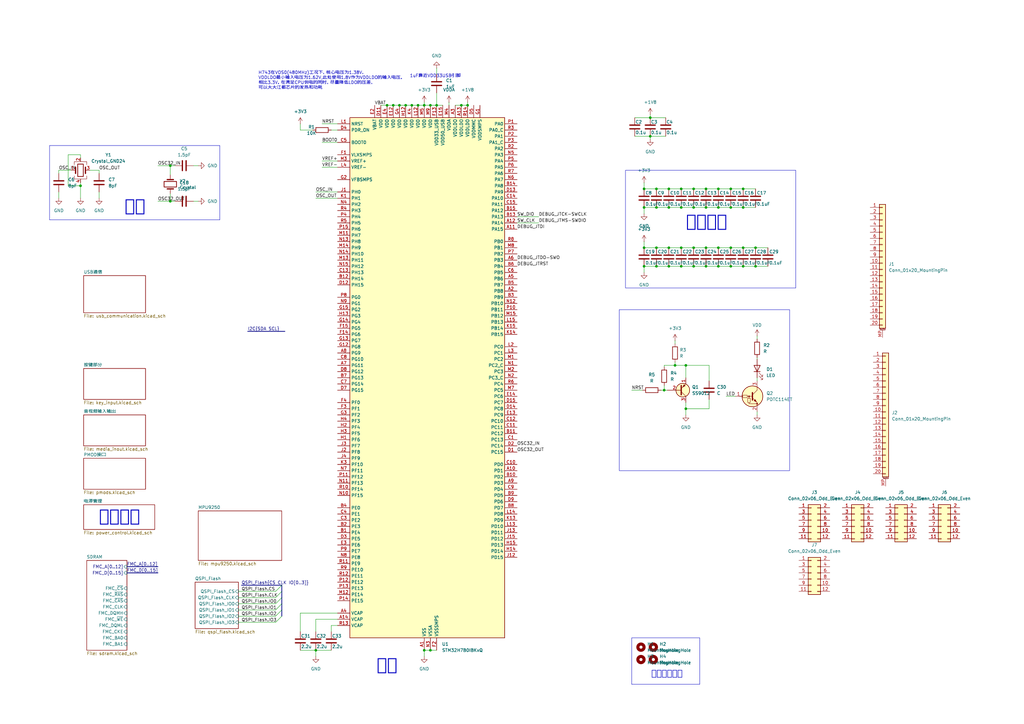
<source format=kicad_sch>
(kicad_sch (version 20231120) (generator "eeschema") (generator_version "8.0")
  (paper "A3")
  (title_block (title "STMH7B0掌上NES游戏机") (date "2024-02-01") (rev "TheBadZhang") (company "TheBadZhang"))
  (junction (at 309.88 101.6))
  (junction (at 269.24 85.09))
  (junction (at 33.02 76.2))
  (junction (at 269.24 109.22))
  (junction (at 272.415 160.02))
  (junction (at 266.7 55.88))
  (junction (at 176.53 266.7))
  (junction (at 294.64 77.47))
  (junction (at 289.56 101.6))
  (junction (at 264.16 101.6))
  (junction (at 266.7 48.26))
  (junction (at 276.86 149.86))
  (junction (at 279.4 101.6))
  (junction (at 294.64 101.6))
  (junction (at 189.23 43.18))
  (junction (at 284.48 101.6))
  (junction (at 269.24 77.47))
  (junction (at 129.54 266.7))
  (junction (at 69.85 82.55))
  (junction (at 166.37 43.18))
  (junction (at 284.48 85.09))
  (junction (at 281.305 149.86))
  (junction (at 191.77 43.18))
  (junction (at 281.305 167.64))
  (junction (at 304.8 85.09))
  (junction (at 173.99 266.7))
  (junction (at 284.48 77.47))
  (junction (at 299.72 101.6))
  (junction (at 176.53 43.18))
  (junction (at 299.72 77.47))
  (junction (at 299.72 85.09))
  (junction (at 279.4 77.47))
  (junction (at 274.32 109.22))
  (junction (at 69.85 67.945))
  (junction (at 163.83 43.18))
  (junction (at 309.88 109.22))
  (junction (at 269.24 101.6))
  (junction (at 289.56 109.22))
  (junction (at 304.8 101.6))
  (junction (at 171.45 43.18))
  (junction (at 264.16 77.47))
  (junction (at 179.07 43.18))
  (junction (at 264.16 109.22))
  (junction (at 168.91 43.18))
  (junction (at 284.48 109.22))
  (junction (at 279.4 109.22))
  (junction (at 304.8 109.22))
  (junction (at 299.72 109.22))
  (junction (at 264.16 85.09))
  (junction (at 158.75 43.18))
  (junction (at 294.64 109.22))
  (junction (at 274.32 85.09))
  (junction (at 161.29 43.18))
  (junction (at 274.32 77.47))
  (junction (at 289.56 85.09))
  (junction (at 294.64 85.09))
  (junction (at 173.99 43.18))
  (junction (at 279.4 85.09))
  (junction (at 304.8 77.47))
  (junction (at 274.32 101.6))
  (junction (at 289.56 77.47))
  (bus_entry (at 113.03 247.65) (size 2.54 -2.54))
  (bus_entry (at 113.03 242.57) (size 2.54 -2.54))
  (bus_entry (at 113.03 250.19) (size 2.54 -2.54))
  (bus_entry (at 113.03 255.27) (size 2.54 -2.54))
  (bus_entry (at 113.03 245.11) (size 2.54 -2.54))
  (bus_entry (at 113.03 252.73) (size 2.54 -2.54))
  (wire (pts (xy 272.415 149.86) (xy 272.415 150.495)))
  (bus (pts (xy 115.57 250.19) (xy 115.57 247.65)))
  (wire (pts (xy 309.88 85.09) (xy 304.8 85.09)))
  (wire (pts (xy 264.16 111.76) (xy 264.16 109.22)))
  (wire (pts (xy 129.54 78.74) (xy 138.43 78.74)))
  (wire (pts (xy 290.83 149.86) (xy 281.305 149.86)))
  (wire (pts (xy 24.13 78.74) (xy 24.13 81.28)))
  (wire (pts (xy 289.56 109.22) (xy 294.64 109.22)))
  (wire (pts (xy 189.23 43.18) (xy 191.77 43.18)))
  (wire (pts (xy 281.305 165.1) (xy 281.305 167.64)))
  (bus (pts (xy 101.6 135.89) (xy 116.84 135.89)))
  (wire (pts (xy 27.94 76.2) (xy 33.02 76.2)))
  (wire (pts (xy 269.24 101.6) (xy 264.16 101.6)))
  (wire (pts (xy 135.89 256.54) (xy 135.89 259.08)))
  (wire (pts (xy 264.16 85.09) (xy 264.16 87.63)))
  (bus (pts (xy 99.06 240.03) (xy 115.57 240.03)))
  (wire (pts (xy 276.86 139.7) (xy 276.86 140.97)))
  (wire (pts (xy 97.79 247.65) (xy 113.03 247.65)))
  (wire (pts (xy 304.8 101.6) (xy 299.72 101.6)))
  (wire (pts (xy 156.21 43.18) (xy 158.75 43.18)))
  (wire (pts (xy 79.375 82.55) (xy 81.28 82.55)))
  (wire (pts (xy 276.86 149.86) (xy 272.415 149.86)))
  (wire (pts (xy 269.24 77.47) (xy 264.16 77.47)))
  (wire (pts (xy 299.72 101.6) (xy 294.64 101.6)))
  (wire (pts (xy 289.56 101.6) (xy 284.48 101.6)))
  (wire (pts (xy 163.83 43.18) (xy 166.37 43.18)))
  (wire (pts (xy 132.08 68.58) (xy 138.43 68.58)))
  (wire (pts (xy 274.32 109.22) (xy 279.4 109.22)))
  (wire (pts (xy 297.815 162.56) (xy 301.625 162.56)))
  (wire (pts (xy 123.19 251.46) (xy 123.19 259.08)))
  (wire (pts (xy 97.79 255.27) (xy 113.03 255.27)))
  (wire (pts (xy 132.08 66.04) (xy 138.43 66.04)))
  (wire (pts (xy 299.72 77.47) (xy 294.64 77.47)))
  (wire (pts (xy 129.54 254) (xy 129.54 259.08)))
  (wire (pts (xy 310.515 146.685) (xy 310.515 147.32)))
  (wire (pts (xy 176.53 266.7) (xy 179.07 266.7)))
  (wire (pts (xy 97.79 245.11) (xy 113.03 245.11)))
  (wire (pts (xy 179.07 38.1) (xy 179.07 43.18)))
  (wire (pts (xy 299.72 85.09) (xy 294.64 85.09)))
  (wire (pts (xy 212.09 91.44) (xy 220.98 91.44)))
  (wire (pts (xy 294.64 77.47) (xy 289.56 77.47)))
  (wire (pts (xy 269.24 109.22) (xy 274.32 109.22)))
  (wire (pts (xy 138.43 254) (xy 129.54 254)))
  (wire (pts (xy 184.15 41.91) (xy 184.15 43.18)))
  (wire (pts (xy 129.54 81.28) (xy 138.43 81.28)))
  (wire (pts (xy 33.02 76.2) (xy 33.02 81.28)))
  (wire (pts (xy 272.415 158.115) (xy 272.415 160.02)))
  (wire (pts (xy 259.08 160.02) (xy 263.525 160.02)))
  (wire (pts (xy 279.4 101.6) (xy 274.32 101.6)))
  (wire (pts (xy 281.305 154.94) (xy 281.305 149.86)))
  (wire (pts (xy 40.64 81.28) (xy 40.64 78.74)))
  (wire (pts (xy 309.88 101.6) (xy 304.8 101.6)))
  (wire (pts (xy 29.21 69.85) (xy 24.13 69.85)))
  (wire (pts (xy 40.64 69.85) (xy 40.64 71.12)))
  (wire (pts (xy 132.08 58.42) (xy 138.43 58.42)))
  (wire (pts (xy 173.99 269.24) (xy 173.99 266.7)))
  (wire (pts (xy 179.07 27.94) (xy 179.07 30.48)))
  (wire (pts (xy 266.7 55.88) (xy 266.7 57.15)))
  (wire (pts (xy 279.4 109.22) (xy 284.48 109.22)))
  (wire (pts (xy 294.64 109.22) (xy 299.72 109.22)))
  (wire (pts (xy 33.02 74.93) (xy 33.02 76.2)))
  (wire (pts (xy 173.99 41.91) (xy 173.99 43.18)))
  (wire (pts (xy 27.94 63.5) (xy 33.02 63.5)))
  (wire (pts (xy 272.415 160.02) (xy 273.685 160.02)))
  (wire (pts (xy 158.75 43.18) (xy 161.29 43.18)))
  (wire (pts (xy 69.85 82.55) (xy 69.85 79.375)))
  (wire (pts (xy 304.8 109.22) (xy 309.88 109.22)))
  (wire (pts (xy 281.305 149.86) (xy 276.86 149.86)))
  (wire (pts (xy 264.16 109.22) (xy 269.24 109.22)))
  (wire (pts (xy 186.69 43.18) (xy 189.23 43.18)))
  (wire (pts (xy 284.48 109.22) (xy 289.56 109.22)))
  (wire (pts (xy 264.16 77.47) (xy 264.16 74.93)))
  (wire (pts (xy 266.7 46.99) (xy 266.7 48.26)))
  (wire (pts (xy 309.88 77.47) (xy 304.8 77.47)))
  (wire (pts (xy 274.32 101.6) (xy 269.24 101.6)))
  (wire (pts (xy 281.305 167.64) (xy 281.305 170.18)))
  (wire (pts (xy 97.79 242.57) (xy 113.03 242.57)))
  (wire (pts (xy 24.13 69.85) (xy 24.13 71.12)))
  (wire (pts (xy 69.85 67.945) (xy 71.755 67.945)))
  (wire (pts (xy 166.37 43.18) (xy 168.91 43.18)))
  (wire (pts (xy 71.755 82.55) (xy 69.85 82.55)))
  (wire (pts (xy 279.4 85.09) (xy 274.32 85.09)))
  (wire (pts (xy 173.99 266.7) (xy 176.53 266.7)))
  (wire (pts (xy 294.64 101.6) (xy 289.56 101.6)))
  (wire (pts (xy 274.32 77.47) (xy 269.24 77.47)))
  (bus (pts (xy 115.57 245.11) (xy 115.57 242.57)))
  (wire (pts (xy 271.145 160.02) (xy 272.415 160.02)))
  (wire (pts (xy 168.91 43.18) (xy 171.45 43.18)))
  (wire (pts (xy 64.77 67.945) (xy 69.85 67.945)))
  (wire (pts (xy 138.43 251.46) (xy 123.19 251.46)))
  (wire (pts (xy 176.53 43.18) (xy 179.07 43.18)))
  (wire (pts (xy 36.83 69.85) (xy 40.64 69.85)))
  (wire (pts (xy 309.88 109.22) (xy 314.96 109.22)))
  (wire (pts (xy 310.515 137.795) (xy 310.515 139.065)))
  (wire (pts (xy 310.515 154.94) (xy 310.515 156.21)))
  (wire (pts (xy 138.43 256.54) (xy 135.89 256.54)))
  (wire (pts (xy 274.32 85.09) (xy 269.24 85.09)))
  (bus (pts (xy 52.07 232.41) (xy 64.77 232.41)))
  (wire (pts (xy 266.7 48.26) (xy 273.05 48.26)))
  (wire (pts (xy 173.99 43.18) (xy 176.53 43.18)))
  (bus (pts (xy 115.57 252.73) (xy 115.57 250.19)))
  (wire (pts (xy 129.54 266.7) (xy 123.19 266.7)))
  (wire (pts (xy 97.79 250.19) (xy 113.03 250.19)))
  (wire (pts (xy 266.7 55.88) (xy 273.05 55.88)))
  (wire (pts (xy 33.02 64.77) (xy 33.02 63.5)))
  (wire (pts (xy 276.86 148.59) (xy 276.86 149.86)))
  (wire (pts (xy 132.08 50.8) (xy 138.43 50.8)))
  (wire (pts (xy 294.64 85.09) (xy 289.56 85.09)))
  (wire (pts (xy 123.19 53.34) (xy 128.27 53.34)))
  (wire (pts (xy 129.54 266.7) (xy 135.89 266.7)))
  (wire (pts (xy 304.8 85.09) (xy 299.72 85.09)))
  (bus (pts (xy 115.57 242.57) (xy 115.57 240.03)))
  (wire (pts (xy 266.7 48.26) (xy 260.35 48.26)))
  (wire (pts (xy 290.83 167.64) (xy 281.305 167.64)))
  (wire (pts (xy 79.375 67.945) (xy 81.28 67.945)))
  (wire (pts (xy 299.72 109.22) (xy 304.8 109.22)))
  (wire (pts (xy 279.4 77.47) (xy 274.32 77.47)))
  (bus (pts (xy 115.57 247.65) (xy 115.57 245.11)))
  (wire (pts (xy 64.77 82.55) (xy 69.85 82.55)))
  (wire (pts (xy 69.85 71.755) (xy 69.85 67.945)))
  (wire (pts (xy 284.48 77.47) (xy 279.4 77.47)))
  (wire (pts (xy 289.56 85.09) (xy 284.48 85.09)))
  (wire (pts (xy 304.8 77.47) (xy 299.72 77.47)))
  (wire (pts (xy 269.24 85.09) (xy 264.16 85.09)))
  (wire (pts (xy 289.56 77.47) (xy 284.48 77.47)))
  (wire (pts (xy 284.48 101.6) (xy 279.4 101.6)))
  (wire (pts (xy 290.83 156.21) (xy 290.83 149.86)))
  (wire (pts (xy 290.83 163.83) (xy 290.83 167.64)))
  (wire (pts (xy 171.45 43.18) (xy 173.99 43.18)))
  (wire (pts (xy 123.19 50.8) (xy 123.19 53.34)))
  (wire (pts (xy 314.96 101.6) (xy 309.88 101.6)))
  (wire (pts (xy 27.94 63.5) (xy 27.94 76.2)))
  (wire (pts (xy 97.79 252.73) (xy 113.03 252.73)))
  (wire (pts (xy 264.16 101.6) (xy 264.16 99.06)))
  (wire (pts (xy 191.77 41.91) (xy 191.77 43.18)))
  (wire (pts (xy 284.48 85.09) (xy 279.4 85.09)))
  (wire (pts (xy 135.89 53.34) (xy 138.43 53.34)))
  (wire (pts (xy 129.54 269.24) (xy 129.54 266.7)))
  (bus (pts (xy 52.07 234.95) (xy 64.77 234.95)))
  (wire (pts (xy 161.29 43.18) (xy 163.83 43.18)))
  (wire (pts (xy 260.35 55.88) (xy 266.7 55.88)))
  (wire (pts (xy 310.515 168.91) (xy 310.515 170.18)))
  (wire (pts (xy 212.09 88.9) (xy 220.98 88.9)))
  (wire (pts (xy 179.07 43.18) (xy 181.61 43.18)))
  (rectangle (start 256.54 69.85) (end 326.39 118.11))
  (rectangle (start 259.08 261.62) (end 287.02 280.67))
  (rectangle (start 20.32 59.69) (end 90.17 90.17))
  (rectangle (start 254 127) (end 323.85 193.04))
  (text "主控" (at 158.75 274.32 0) (effects (font (size 5 5) (thickness 1) (bold yes))))
  (text "时钟" (at 55.372 86.106 0) (effects (font (size 5 5) (thickness 1) (bold yes))))
  (text "上板框机械孔" (at 273.558 277.114 0) (effects (font (size 2.54 2.54))))
  (text "供电去耦" (at 289.814 92.456 0) (effects (font (size 5 5) (thickness 1) (bold yes))))
  (text "1uF靠近VDD33USB引脚" (at 178.562 31.242 0) (effects (font (size 1.27 1.27))))
  (text "H743在VOS0(480MHz)工况下，核心电压为1.38V，\nVDDLDO最小输入电压为1.62V,此处使用1.8V作为VDDLDO的输入电压，\n相比3.3V，在满足CPU供电的同时，尽量降低LDO的压差，\n可以大大江都芯片的发热和功耗" (at 105.918 33.02 0) (effects (font (size 1.27 1.27)) (justify left)))
  (text "电源管理" (at 49.022 213.36 0) (effects (font (size 5 5) (thickness 1) (bold yes))))
  (label "OSC32_IN" (at 212.09 182.88 0))
  (label "DEBUG_JTMS-SWDIO" (at 220.98 91.44 0))
  (label "VBAT" (at 153.67 43.18 0))
  (label "I2C{SDA SCL}" (at 101.6 135.89 0))
  (label "OSC_OUT" (at 40.64 69.85 0))
  (label "DEBUG_JTRST" (at 212.09 109.22 0))
  (label "OSC32_OUT" (at 64.77 82.55 0))
  (label "QSPI_Flash.CLK" (at 99.06 245.11 0))
  (label "QSPI_Flash.IO3" (at 99.06 255.27 0))
  (label "SW_CLK" (at 212.09 91.44 0))
  (label "DEBUG_JTCK-SWCLK" (at 220.98 88.9 0))
  (label "QSPI_Flash.CS" (at 99.06 242.57 0))
  (label "DEBUG_JTDO-SWO" (at 212.09 106.68 0))
  (label "QSPI_Flash{CS CLK IO[0..3]}" (at 99.06 240.03 0))
  (label "OSC32_IN" (at 64.77 67.945 0))
  (label "QSPI_Flash.IO1" (at 99.06 250.19 0))
  (label "OSC32_OUT" (at 212.09 185.42 0))
  (label "QSPI_Flash.IO0" (at 99.06 247.65 0))
  (label "QSPI_Flash.IO2" (at 99.06 252.73 0))
  (label "OSC_IN" (at 129.54 78.74 0))
  (label "BOOT0" (at 132.08 58.42 0))
  (label "LED" (at 297.815 162.56 0))
  (label "NRST" (at 259.08 160.02 0))
  (label "OSC_IN" (at 24.13 69.85 0))
  (label "OSC_OUT" (at 129.54 81.28 0))
  (label "NRST" (at 132.08 50.8 0))
  (label "FMC_A[0..12]" (at 52.07 232.41 0))
  (label "VREF-" (at 132.08 68.58 0))
  (label "FMC_D[0..15]" (at 52.07 234.95 0))
  (label "DEBUG_JTDI" (at 212.09 93.98 0))
  (label "VREF+" (at 132.08 66.04 0))
  (label "SW_DIO" (at 212.09 88.9 0))
  (symbol (lib_id "Device:C") (at 24.13 74.93 0) (unit 1)
    (property "Reference" "C6" (at 27.94 73.6599 0) (effects (justify left)))
    (property "Value" "8pF" (at 27.94 76.1999 0) (effects (justify left)))
    (property "Footprint" "Capacitor_SMD:C_0402_1005Metric" (effects (hide yes)))
    (property "Description" "Unpolarized capacitor" (effects (hide yes)))
  )
  (symbol (lib_id "power:+1V8") (at 266.7 46.99 0) (unit 1)
    (property "Reference" "#PWR05" (effects (hide yes)))
    (property "Value" "+1V8" (at 266.7 41.91 0))
    (property "Description" "Power symbol creates a global label with name \"+1V8\"" (effects (hide yes)))
  )
  (symbol (lib_id "Device:Crystal_GND24") (at 33.02 69.85 0) (unit 1)
    (property "Reference" "Y1" (at 44.45 63.5314 0))
    (property "Value" "Crystal_GND24" (at 44.45 66.0714 0))
    (property "Footprint" "Crystal:Crystal_SMD_2016-4Pin_2.0x1.6mm" (effects (hide yes)))
    (property "Description" "Four pin crystal, GND on pins 2 and 4" (effects (hide yes)))
  )
  (symbol (lib_id "Device:C") (at 274.32 105.41 0) (unit 1)
    (property "Reference" "C21" (at 274.828 103.251 0) (effects (justify left)))
    (property "Value" "0.1uF" (at 274.828 107.823 0) (effects (justify left)))
    (property "Footprint" "Capacitor_SMD:C_0201_0603Metric" (effects (hide yes)))
    (property "Description" "Unpolarized capacitor" (effects (hide yes)))
  )
  (symbol (lib_id "Mechanical:MountingHole") (at 267.97 270.51 0) (unit 1)
    (property "Reference" "H4" (at 270.51 269.2399 0) (effects (justify left)))
    (property "Value" "MountingHole" (at 270.51 271.7799 0) (effects (justify left)))
    (property "Footprint" "MountingHole:MountingHole_2.2mm_M2" (effects (hide yes)))
    (property "Description" "Mounting Hole without connection" (effects (hide yes)))
  )
  (symbol (lib_id "Device:R") (at 276.86 144.78 180) (unit 1)
    (property "Reference" "R3" (at 278.765 143.5099 0) (effects (justify right)))
    (property "Value" "R" (at 278.765 146.0499 0) (effects (justify right)))
    (property "Description" "Resistor" (effects (hide yes)))
  )
  (symbol (lib_id "power:GND") (at 266.7 57.15 0) (unit 1)
    (property "Reference" "#PWR07" (effects (hide yes)))
    (property "Value" "GND" (at 266.7 62.23 0))
    (property "Description" "Power symbol creates a global label with name \"GND\" , ground" (effects (hide yes)))
  )
  (symbol (lib_id "Device:R") (at 267.335 160.02 90) (unit 1)
    (property "Reference" "R5" (at 267.335 153.67 90))
    (property "Value" "R" (at 267.335 156.21 90))
    (property "Description" "Resistor" (effects (hide yes)))
  )
  (symbol (lib_id "power:+3V3") (at 173.99 41.91 0) (unit 1)
    (property "Reference" "#PWR02" (effects (hide yes)))
    (property "Value" "+3V3" (at 173.99 36.83 0))
    (property "Description" "Power symbol creates a global label with name \"+3V3\"" (effects (hide yes)))
  )
  (symbol (lib_id "Device:C") (at 260.35 52.07 0) (unit 1)
    (property "Reference" "C2" (at 260.604 50.038 0) (effects (justify left)))
    (property "Value" "0.1u" (at 260.604 54.356 0) (effects (justify left)))
    (property "Description" "Unpolarized capacitor" (effects (hide yes)))
  )
  (symbol (lib_id "Device:C") (at 135.89 262.89 0) (unit 1)
    (property "Reference" "C33" (at 136.144 260.858 0) (effects (justify left)))
    (property "Value" "2.2u" (at 136.144 265.176 0) (effects (justify left)))
    (property "Description" "Unpolarized capacitor" (effects (hide yes)))
  )
  (symbol (lib_id "power:+3V3") (at 264.16 74.93 0) (unit 1)
    (property "Reference" "#PWR09" (effects (hide yes)))
    (property "Value" "+3V3" (at 264.16 69.85 0))
    (property "Description" "Power symbol creates a global label with name \"+3V3\"" (effects (hide yes)))
  )
  (symbol (lib_id "power:GND") (at 129.54 269.24 0) (unit 1)
    (property "Reference" "#PWR021" (effects (hide yes)))
    (property "Value" "GND" (at 129.54 274.32 0))
    (property "Description" "Power symbol creates a global label with name \"GND\" , ground" (effects (hide yes)))
  )
  (symbol (lib_id "Device:C") (at 289.56 105.41 0) (unit 1)
    (property "Reference" "C24" (at 290.068 103.251 0) (effects (justify left)))
    (property "Value" "0.1uF" (at 290.068 107.823 0) (effects (justify left)))
    (property "Footprint" "Capacitor_SMD:C_0201_0603Metric" (effects (hide yes)))
    (property "Description" "Unpolarized capacitor" (effects (hide yes)))
  )
  (symbol (lib_id "Device:C") (at 75.565 67.945 90) (unit 1)
    (property "Reference" "C5" (at 75.565 60.96 90))
    (property "Value" "1.5pF" (at 75.565 63.5 90))
    (property "Footprint" "Capacitor_SMD:C_0402_1005Metric" (effects (hide yes)))
    (property "Description" "Unpolarized capacitor" (effects (hide yes)))
  )
  (symbol (lib_id "PCM_4ms_Power-symbol:GND") (at 264.16 87.63 0) (unit 1)
    (property "Reference" "#PWR014" (effects (hide yes)))
    (property "Value" "GND" (at 264.16 92.71 0))
  )
  (symbol (lib_id "Device:C") (at 309.88 81.28 0) (unit 1)
    (property "Reference" "C17" (at 310.388 79.121 0) (effects (justify left)))
    (property "Value" "0.1uF" (at 310.388 83.693 0) (effects (justify left)))
    (property "Footprint" "Capacitor_SMD:C_0201_0603Metric" (effects (hide yes)))
    (property "Description" "Unpolarized capacitor" (effects (hide yes)))
  )
  (symbol (lib_id "PCM_4ms_Power-symbol:GND") (at 264.16 111.76 0) (unit 1)
    (property "Reference" "#PWR016" (effects (hide yes)))
    (property "Value" "GND" (at 264.16 116.84 0))
  )
  (symbol (lib_id "Device:LED") (at 310.515 151.13 90) (unit 1)
    (property "Reference" "D1" (at 314.325 151.4474 90) (effects (justify right)))
    (property "Value" "LED" (at 314.325 153.9874 90) (effects (justify right)))
    (property "Description" "Light emitting diode" (effects (hide yes)))
  )
  (symbol (lib_id "Device:Crystal") (at 69.85 75.565 90) (unit 1)
    (property "Reference" "Y2" (at 73.66 74.2949 90) (effects (justify right)))
    (property "Value" "Crystal" (at 73.66 76.8349 90) (effects (justify right)))
    (property "Footprint" "Crystal:Crystal_SMD_2012-2Pin_2.0x1.2mm" (effects (hide yes)))
    (property "Description" "Two pin crystal" (effects (hide yes)))
  )
  (symbol (lib_id "PCM_Transistor_BJT_Pre-Biased_AKL:PDTC114ET") (at 309.245 162.56 0) (unit 1)
    (property "Reference" "Q2" (at 314.325 161.2899 0) (effects (justify left)))
    (property "Value" "PDTC114ET" (at 314.325 163.8299 0) (effects (justify left)))
    (property "Footprint" "Package_TO_SOT_SMD_AKL:SOT-23" (effects (hide yes)))
    (property "Datasheet" "https://www.tme.eu/Document/d38b1e5f1dd8a602e75e0af3d6e6309c/PDTC114ET.pdf" (effects (hide yes)))
    (property "Description" "NPN SOT-23 Pre-Biased transistor, 50V, 100mA, 250mW, Alternate KiCAD Library" (effects (hide yes)))
  )
  (symbol (lib_id "power:GND") (at 173.99 269.24 0) (unit 1)
    (property "Reference" "#PWR022" (effects (hide yes)))
    (property "Value" "GND" (at 173.99 274.32 0))
    (property "Description" "Power symbol creates a global label with name \"GND\" , ground" (effects (hide yes)))
  )
  (symbol (lib_id "Device:C") (at 299.72 105.41 0) (unit 1)
    (property "Reference" "C26" (at 300.228 103.251 0) (effects (justify left)))
    (property "Value" "0.1uF" (at 300.228 107.823 0) (effects (justify left)))
    (property "Footprint" "Capacitor_SMD:C_0201_0603Metric" (effects (hide yes)))
    (property "Description" "Unpolarized capacitor" (effects (hide yes)))
  )
  (symbol (lib_id "PCM_Transistor_BJT_AKL:SS9012") (at 278.765 160.02 0) (unit 1)
    (property "Reference" "Q1" (at 283.845 158.7499 0) (effects (justify left)))
    (property "Value" "SS9012" (at 283.845 161.2899 0) (effects (justify left)))
    (property "Footprint" "Package_TO_SOT_THT_AKL:TO-92_Inline_Wide_EBC" (effects (hide yes)))
    (property "Datasheet" "https://www.mouser.tw/datasheet/2/149/SS9012-1012601.pdf" (effects (hide yes)))
    (property "Description" "PNP TO-92 low noise transistor, 20V, 500mA, 625mW, Complementary to SS9013, Alternate KiCAD Library" (effects (hide yes)))
  )
  (symbol (lib_id "Device:C") (at 304.8 81.28 0) (unit 1)
    (property "Reference" "C16" (at 305.308 79.121 0) (effects (justify left)))
    (property "Value" "0.1uF" (at 305.308 83.693 0) (effects (justify left)))
    (property "Footprint" "Capacitor_SMD:C_0201_0603Metric" (effects (hide yes)))
    (property "Description" "Unpolarized capacitor" (effects (hide yes)))
  )
  (symbol (lib_id "Device:C") (at 269.24 105.41 0) (unit 1)
    (property "Reference" "C20" (at 269.748 103.251 0) (effects (justify left)))
    (property "Value" "0.1uF" (at 269.748 107.823 0) (effects (justify left)))
    (property "Footprint" "Capacitor_SMD:C_0201_0603Metric" (effects (hide yes)))
    (property "Description" "Unpolarized capacitor" (effects (hide yes)))
  )
  (symbol (lib_id "power:+3V3") (at 123.19 50.8 0) (unit 1)
    (property "Reference" "#PWR06" (effects (hide yes)))
    (property "Value" "+3V3" (at 123.19 45.72 0))
    (property "Description" "Power symbol creates a global label with name \"+3V3\"" (effects (hide yes)))
  )
  (symbol (lib_id "power:VDDA") (at 184.15 41.91 0) (unit 1)
    (property "Reference" "#PWR03" (effects (hide yes)))
    (property "Value" "VDDA" (at 184.15 36.83 0))
    (property "Description" "Power symbol creates a global label with name \"VDDA\"" (effects (hide yes)))
  )
  (symbol (lib_id "Device:R") (at 132.08 53.34 90) (unit 1)
    (property "Reference" "R1" (at 127.762 52.07 90))
    (property "Value" "10K" (at 127.762 54.61 90))
    (property "Description" "Resistor" (effects (hide yes)))
  )
  (symbol (lib_id "Device:C") (at 264.16 105.41 0) (unit 1)
    (property "Reference" "C19" (at 264.668 103.251 0) (effects (justify left)))
    (property "Value" "0.1uF" (at 264.668 107.823 0) (effects (justify left)))
    (property "Footprint" "Capacitor_SMD:C_0201_0603Metric" (effects (hide yes)))
    (property "Description" "Unpolarized capacitor" (effects (hide yes)))
  )
  (symbol (lib_id "Device:C") (at 290.83 160.02 0) (unit 1)
    (property "Reference" "C30" (at 294.005 158.7499 0) (effects (justify left)))
    (property "Value" "C" (at 294.005 161.2899 0) (effects (justify left)))
    (property "Description" "Unpolarized capacitor" (effects (hide yes)))
  )
  (symbol (lib_id "power:+3V3") (at 276.86 139.7 0) (unit 1)
    (property "Reference" "#PWR018" (effects (hide yes)))
    (property "Value" "+3V3" (at 276.86 134.62 0))
    (property "Description" "Power symbol creates a global label with name \"+3V3\"" (effects (hide yes)))
  )
  (symbol (lib_id "Connector_Generic_MountingPin:Conn_01x20_MountingPin") (at 363.22 168.91 0) (unit 1)
    (property "Reference" "J2" (at 365.76 169.2655 0) (effects (justify left)))
    (property "Value" "Conn_01x20_MountingPin" (at 365.76 171.8055 0) (effects (justify left)))
    (property "Footprint" "Connector_FFC-FPC:TE_2-1734839-0_1x20-1MP_P0.5mm_Horizontal" (effects (hide yes)))
    (property "Description" "Generic connectable mounting pin connector, single row, 01x20, script generated (kicad-library-utils/schlib/autogen/connector/)" (effects (hide yes)))
  )
  (symbol (lib_id "power:GND") (at 179.07 27.94 180) (unit 1)
    (property "Reference" "#PWR01" (effects (hide yes)))
    (property "Value" "GND" (at 179.07 22.86 0))
    (property "Description" "Power symbol creates a global label with name \"GND\" , ground" (effects (hide yes)))
  )
  (symbol (lib_id "Connector_Generic_MountingPin:Conn_01x20_MountingPin") (at 361.95 107.95 0) (unit 1)
    (property "Reference" "J1" (at 364.49 108.3055 0) (effects (justify left)))
    (property "Value" "Conn_01x20_MountingPin" (at 364.49 110.8455 0) (effects (justify left)))
    (property "Footprint" "Connector_FFC-FPC:TE_2-1734839-0_1x20-1MP_P0.5mm_Horizontal" (effects (hide yes)))
    (property "Description" "Generic connectable mounting pin connector, single row, 01x20, script generated (kicad-library-utils/schlib/autogen/connector/)" (effects (hide yes)))
  )
  (symbol (lib_id "PCM_4ms_Power-symbol:GND") (at 24.13 81.28 0) (unit 1)
    (property "Reference" "#PWR010" (effects (hide yes)))
    (property "Value" "GND" (at 24.13 86.36 0))
  )
  (symbol (lib_id "PCM_4ms_Power-symbol:GND") (at 81.28 82.55 90) (unit 1)
    (property "Reference" "#PWR013" (effects (hide yes)))
    (property "Value" "GND" (at 85.09 82.5499 90) (effects (justify right)))
  )
  (symbol (lib_id "Device:C") (at 273.05 52.07 0) (unit 1)
    (property "Reference" "C4" (at 273.304 50.038 0) (effects (justify left)))
    (property "Value" "0.1u" (at 273.304 54.356 0) (effects (justify left)))
    (property "Description" "Unpolarized capacitor" (effects (hide yes)))
  )
  (symbol (lib_id "Device:C") (at 309.88 105.41 0) (unit 1)
    (property "Reference" "C28" (at 310.388 103.251 0) (effects (justify left)))
    (property "Value" "0.1uF" (at 310.388 107.823 0) (effects (justify left)))
    (property "Footprint" "Capacitor_SMD:C_0201_0603Metric" (effects (hide yes)))
    (property "Description" "Unpolarized capacitor" (effects (hide yes)))
  )
  (symbol (lib_id "Connector_Generic:Conn_02x06_Odd_Even") (at 332.74 234.95 0) (unit 1)
    (property "Reference" "J7" (at 334.01 223.52 0))
    (property "Value" "Conn_02x06_Odd_Even" (at 334.01 226.06 0))
    (property "Footprint" "Connector_PinSocket_1.27mm:PinSocket_2x06_P1.27mm_Vertical_SMD" (effects (hide yes)))
    (property "Description" "Generic connector, double row, 02x06, odd/even pin numbering scheme (row 1 odd numbers, row 2 even numbers), script generated (kicad-library-utils/schlib/autogen/connector/)" (effects (hide yes)))
  )
  (symbol (lib_id "Mechanical:MountingHole") (at 267.97 265.43 0) (unit 1)
    (property "Reference" "H2" (at 270.51 264.1599 0) (effects (justify left)))
    (property "Value" "MountingHole" (at 270.51 266.6999 0) (effects (justify left)))
    (property "Footprint" "MountingHole:MountingHole_2.2mm_M2" (effects (hide yes)))
    (property "Description" "Mounting Hole without connection" (effects (hide yes)))
  )
  (symbol (lib_id "Device:C") (at 75.565 82.55 90) (unit 1)
    (property "Reference" "C18" (at 75.565 74.93 90))
    (property "Value" "1.5pF" (at 75.565 77.47 90))
    (property "Footprint" "Capacitor_SMD:C_0402_1005Metric" (effects (hide yes)))
    (property "Description" "Unpolarized capacitor" (effects (hide yes)))
  )
  (symbol (lib_id "Device:C") (at 40.64 74.93 0) (unit 1)
    (property "Reference" "C7" (at 44.45 73.6599 0) (effects (justify left)))
    (property "Value" "8pF" (at 44.45 76.1999 0) (effects (justify left)))
    (property "Footprint" "Capacitor_SMD:C_0402_1005Metric" (effects (hide yes)))
    (property "Description" "Unpolarized capacitor" (effects (hide yes)))
  )
  (symbol (lib_id "Device:R") (at 272.415 154.305 180) (unit 1)
    (property "Reference" "R4" (at 274.955 153.0349 0) (effects (justify right)))
    (property "Value" "R" (at 274.955 155.5749 0) (effects (justify right)))
    (property "Description" "Resistor" (effects (hide yes)))
  )
  (symbol (lib_id "Connector_Generic:Conn_02x06_Odd_Even") (at 386.08 213.36 0) (unit 1)
    (property "Reference" "J6" (at 387.35 201.93 0))
    (property "Value" "Conn_02x06_Odd_Even" (at 387.35 204.47 0))
    (property "Footprint" "Connector_PinSocket_1.27mm:PinSocket_2x06_P1.27mm_Vertical_SMD" (effects (hide yes)))
    (property "Description" "Generic connector, double row, 02x06, odd/even pin numbering scheme (row 1 odd numbers, row 2 even numbers), script generated (kicad-library-utils/schlib/autogen/connector/)" (effects (hide yes)))
  )
  (symbol (lib_id "Device:C") (at 279.4 105.41 0) (unit 1)
    (property "Reference" "C22" (at 279.908 103.251 0) (effects (justify left)))
    (property "Value" "0.1uF" (at 279.908 107.823 0) (effects (justify left)))
    (property "Footprint" "Capacitor_SMD:C_0201_0603Metric" (effects (hide yes)))
    (property "Description" "Unpolarized capacitor" (effects (hide yes)))
  )
  (symbol (lib_id "Device:C") (at 304.8 105.41 0) (unit 1)
    (property "Reference" "C27" (at 305.308 103.251 0) (effects (justify left)))
    (property "Value" "0.1uF" (at 305.308 107.823 0) (effects (justify left)))
    (property "Footprint" "Capacitor_SMD:C_0201_0603Metric" (effects (hide yes)))
    (property "Description" "Unpolarized capacitor" (effects (hide yes)))
  )
  (symbol (lib_id "Device:C") (at 284.48 105.41 0) (unit 1)
    (property "Reference" "C23" (at 284.988 103.251 0) (effects (justify left)))
    (property "Value" "0.1uF" (at 284.988 107.823 0) (effects (justify left)))
    (property "Footprint" "Capacitor_SMD:C_0201_0603Metric" (effects (hide yes)))
    (property "Description" "Unpolarized capacitor" (effects (hide yes)))
  )
  (symbol (lib_id "Device:C") (at 284.48 81.28 0) (unit 1)
    (property "Reference" "C12" (at 284.988 79.121 0) (effects (justify left)))
    (property "Value" "0.1uF" (at 284.988 83.693 0) (effects (justify left)))
    (property "Footprint" "Capacitor_SMD:C_0201_0603Metric" (effects (hide yes)))
    (property "Description" "Unpolarized capacitor" (effects (hide yes)))
  )
  (symbol (lib_id "Device:C") (at 299.72 81.28 0) (unit 1)
    (property "Reference" "C15" (at 300.228 79.121 0) (effects (justify left)))
    (property "Value" "0.1uF" (at 300.228 83.693 0) (effects (justify left)))
    (property "Footprint" "Capacitor_SMD:C_0201_0603Metric" (effects (hide yes)))
    (property "Description" "Unpolarized capacitor" (effects (hide yes)))
  )
  (symbol (lib_id "PCM_4ms_Power-symbol:GND") (at 40.64 81.28 0) (unit 1)
    (property "Reference" "#PWR012" (effects (hide yes)))
    (property "Value" "GND" (at 40.64 86.36 0))
  )
  (symbol (lib_id "Device:C") (at 179.07 34.29 0) (unit 1)
    (property "Reference" "C1" (at 182.88 33.0199 0) (effects (justify left)))
    (property "Value" "1uF" (at 182.88 35.5599 0) (effects (justify left)))
    (property "Description" "Unpolarized capacitor" (effects (hide yes)))
  )
  (symbol (lib_id "Device:C") (at 269.24 81.28 0) (unit 1)
    (property "Reference" "C9" (at 269.748 79.121 0) (effects (justify left)))
    (property "Value" "0.1uF" (at 269.748 83.693 0) (effects (justify left)))
    (property "Footprint" "Capacitor_SMD:C_0201_0603Metric" (effects (hide yes)))
    (property "Description" "Unpolarized capacitor" (effects (hide yes)))
  )
  (symbol (lib_id "Device:C") (at 123.19 262.89 0) (unit 1)
    (property "Reference" "C31" (at 123.444 260.858 0) (effects (justify left)))
    (property "Value" "2.2u" (at 123.444 265.176 0) (effects (justify left)))
    (property "Description" "Unpolarized capacitor" (effects (hide yes)))
  )
  (symbol (lib_id "Device:C") (at 274.32 81.28 0) (unit 1)
    (property "Reference" "C10" (at 274.828 79.121 0) (effects (justify left)))
    (property "Value" "0.1uF" (at 274.828 83.693 0) (effects (justify left)))
    (property "Footprint" "Capacitor_SMD:C_0201_0603Metric" (effects (hide yes)))
    (property "Description" "Unpolarized capacitor" (effects (hide yes)))
  )
  (symbol (lib_id "PCM_4ms_Power-symbol:GND") (at 33.02 81.28 0) (unit 1)
    (property "Reference" "#PWR011" (effects (hide yes)))
    (property "Value" "GND" (at 33.02 86.36 0))
  )
  (symbol (lib_id "Device:C") (at 294.64 105.41 0) (unit 1)
    (property "Reference" "C25" (at 295.148 103.251 0) (effects (justify left)))
    (property "Value" "0.1uF" (at 295.148 107.823 0) (effects (justify left)))
    (property "Footprint" "Capacitor_SMD:C_0201_0603Metric" (effects (hide yes)))
    (property "Description" "Unpolarized capacitor" (effects (hide yes)))
  )
  (symbol (lib_id "power:+1V8") (at 191.77 41.91 0) (unit 1)
    (property "Reference" "#PWR04" (effects (hide yes)))
    (property "Value" "+1V8" (at 191.77 36.83 0))
    (property "Description" "Power symbol creates a global label with name \"+1V8\"" (effects (hide yes)))
  )
  (symbol (lib_id "power:+3V3") (at 264.16 99.06 0) (unit 1)
    (property "Reference" "#PWR015" (effects (hide yes)))
    (property "Value" "+3V3" (at 264.16 93.98 0))
    (property "Description" "Power symbol creates a global label with name \"+3V3\"" (effects (hide yes)))
  )
  (symbol (lib_id "Connector_Generic:Conn_02x06_Odd_Even") (at 368.3 213.36 0) (unit 1)
    (property "Reference" "J5" (at 369.57 201.93 0))
    (property "Value" "Conn_02x06_Odd_Even" (at 369.57 204.47 0))
    (property "Footprint" "Connector_PinSocket_1.27mm:PinSocket_2x06_P1.27mm_Vertical_SMD" (effects (hide yes)))
    (property "Description" "Generic connector, double row, 02x06, odd/even pin numbering scheme (row 1 odd numbers, row 2 even numbers), script generated (kicad-library-utils/schlib/autogen/connector/)" (effects (hide yes)))
  )
  (symbol (lib_id "Mechanical:MountingHole") (at 262.89 265.43 0) (unit 1)
    (property "Reference" "H1" (at 265.43 264.1599 0) (effects (justify left)))
    (property "Value" "MountingHole" (at 265.43 266.6999 0) (effects (justify left)))
    (property "Footprint" "MountingHole:MountingHole_2.2mm_M2" (effects (hide yes)))
    (property "Description" "Mounting Hole without connection" (effects (hide yes)))
  )
  (symbol (lib_id "PCM_4ms_Power-symbol:GND") (at 281.305 170.18 0) (unit 1)
    (property "Reference" "#PWR019" (effects (hide yes)))
    (property "Value" "GND" (at 281.305 175.26 0))
  )
  (symbol (lib_id "Device:R") (at 310.515 142.875 0) (unit 1)
    (property "Reference" "R2" (at 313.055 141.6049 0) (effects (justify left)))
    (property "Value" "R" (at 313.055 144.1449 0) (effects (justify left)))
    (property "Description" "Resistor" (effects (hide yes)))
  )
  (symbol (lib_id "Device:C") (at 289.56 81.28 0) (unit 1)
    (property "Reference" "C13" (at 290.068 79.121 0) (effects (justify left)))
    (property "Value" "0.1uF" (at 290.068 83.693 0) (effects (justify left)))
    (property "Footprint" "Capacitor_SMD:C_0201_0603Metric" (effects (hide yes)))
    (property "Description" "Unpolarized capacitor" (effects (hide yes)))
  )
  (symbol (lib_id "MCU_ST_STM32H7:STM32H7B0IBKxQ") (at 173.99 154.94 0) (unit 1)
    (property "Reference" "U1" (at 181.2641 264.16 0) (effects (justify left)))
    (property "Value" "STM32H7B0IBKxQ" (at 181.2641 266.7 0) (effects (justify left)))
    (property "Footprint" "Package_BGA:UFBGA-201_10x10mm_Layout15x15_P0.65mm" (effects (hide yes)))
    (property "Datasheet" "https://www.st.com/resource/en/datasheet/stm32h7b0ib.pdf" (effects (hide yes)))
    (property "Description" "STMicroelectronics Arm Cortex-M7 MCU, 128KB flash, 1184KB RAM, 280 MHz, 1.62-3.6V, 132 GPIO, UFBGA176" (effects (hide yes)))
  )
  (symbol (lib_id "Device:C") (at 314.96 105.41 0) (unit 1)
    (property "Reference" "C29" (at 315.468 103.251 0) (effects (justify left)))
    (property "Value" "0.1uF" (at 315.468 107.823 0) (effects (justify left)))
    (property "Footprint" "Capacitor_SMD:C_0201_0603Metric" (effects (hide yes)))
    (property "Description" "Unpolarized capacitor" (effects (hide yes)))
  )
  (symbol (lib_id "Device:C") (at 294.64 81.28 0) (unit 1)
    (property "Reference" "C14" (at 295.148 79.121 0) (effects (justify left)))
    (property "Value" "0.1uF" (at 295.148 83.693 0) (effects (justify left)))
    (property "Footprint" "Capacitor_SMD:C_0201_0603Metric" (effects (hide yes)))
    (property "Description" "Unpolarized capacitor" (effects (hide yes)))
  )
  (symbol (lib_id "Device:C") (at 279.4 81.28 0) (unit 1)
    (property "Reference" "C11" (at 279.908 79.121 0) (effects (justify left)))
    (property "Value" "0.1uF" (at 279.908 83.693 0) (effects (justify left)))
    (property "Footprint" "Capacitor_SMD:C_0201_0603Metric" (effects (hide yes)))
    (property "Description" "Unpolarized capacitor" (effects (hide yes)))
  )
  (symbol (lib_id "Connector_Generic:Conn_02x06_Odd_Even") (at 350.52 213.36 0) (unit 1)
    (property "Reference" "J4" (at 351.79 201.93 0))
    (property "Value" "Conn_02x06_Odd_Even" (at 351.79 204.47 0))
    (property "Footprint" "Connector_PinSocket_1.27mm:PinSocket_2x06_P1.27mm_Vertical_SMD" (effects (hide yes)))
    (property "Description" "Generic connector, double row, 02x06, odd/even pin numbering scheme (row 1 odd numbers, row 2 even numbers), script generated (kicad-library-utils/schlib/autogen/connector/)" (effects (hide yes)))
  )
  (symbol (lib_id "Device:C") (at 264.16 81.28 0) (unit 1)
    (property "Reference" "C8" (at 264.668 79.121 0) (effects (justify left)))
    (property "Value" "0.1uF" (at 264.668 83.693 0) (effects (justify left)))
    (property "Footprint" "Capacitor_SMD:C_0201_0603Metric" (effects (hide yes)))
    (property "Description" "Unpolarized capacitor" (effects (hide yes)))
  )
  (symbol (lib_id "PCM_4ms_Power-symbol:GND") (at 310.515 170.18 0) (unit 1)
    (property "Reference" "#PWR020" (effects (hide yes)))
    (property "Value" "GND" (at 310.515 175.26 0))
  )
  (symbol (lib_id "Mechanical:MountingHole") (at 262.89 270.51 0) (unit 1)
    (property "Reference" "H3" (at 265.43 269.2399 0) (effects (justify left)))
    (property "Value" "MountingHole" (at 265.43 271.7799 0) (effects (justify left)))
    (property "Footprint" "MountingHole:MountingHole_2.2mm_M2" (effects (hide yes)))
    (property "Description" "Mounting Hole without connection" (effects (hide yes)))
  )
  (symbol (lib_id "Device:C") (at 129.54 262.89 0) (unit 1)
    (property "Reference" "C32" (at 129.794 260.858 0) (effects (justify left)))
    (property "Value" "2.2u" (at 129.794 265.176 0) (effects (justify left)))
    (property "Description" "Unpolarized capacitor" (effects (hide yes)))
  )
  (symbol (lib_id "power:VDD") (at 310.515 137.795 0) (unit 1)
    (property "Reference" "#PWR017" (effects (hide yes)))
    (property "Value" "VDD" (at 310.515 133.35 0))
    (property "Description" "Power symbol creates a global label with name \"VDD\"" (effects (hide yes)))
  )
  (symbol (lib_id "Connector_Generic:Conn_02x06_Odd_Even") (at 332.74 213.36 0) (unit 1)
    (property "Reference" "J3" (at 334.01 201.93 0))
    (property "Value" "Conn_02x06_Odd_Even" (at 334.01 204.47 0))
    (property "Footprint" "Connector_PinSocket_1.27mm:PinSocket_2x06_P1.27mm_Vertical_SMD" (effects (hide yes)))
    (property "Description" "Generic connector, double row, 02x06, odd/even pin numbering scheme (row 1 odd numbers, row 2 even numbers), script generated (kicad-library-utils/schlib/autogen/connector/)" (effects (hide yes)))
  )
  (symbol (lib_id "Device:C") (at 266.7 52.07 0) (unit 1)
    (property "Reference" "C3" (at 266.954 50.038 0) (effects (justify left)))
    (property "Value" "0.1u" (at 266.954 54.356 0) (effects (justify left)))
    (property "Description" "Unpolarized capacitor" (effects (hide yes)))
  )
  (symbol (lib_id "PCM_4ms_Power-symbol:GND") (at 81.28 67.945 90) (unit 1)
    (property "Reference" "#PWR08" (effects (hide yes)))
    (property "Value" "GND" (at 85.09 67.9449 90) (effects (justify right)))
  )
  (sheet (at 34.29 187.96) (size 25.4 12.7) (stroke (width 0.1524))
    (property "Sheetname" "PMOD接口" (at 34.29 187.2484 0) (effects (justify left bottom)))
    (property "Sheetfile" "pmods.kicad_sch" (at 34.29 201.2446 0) (effects (justify left top)))
  )
  (sheet (at 35.56 229.87) (size 16.51 36.83) (stroke (width 0.1524))
    (property "Sheetname" "SDRAM" (at 35.56 229.1584 0) (effects (justify left bottom)))
    (property "Sheetfile" "sdram.kicad_sch" (at 35.56 267.2846 0) (effects (justify left top)))
    (pin "FMC_D[0..15]" input (at 52.07 234.95 0))
    (pin "FMC_A[0..12]" input (at 52.07 232.41 0))
    (pin "FMC_~{CS}" input (at 52.07 241.3 0))
    (pin "FMC_~{RAS}" input (at 52.07 243.84 0))
    (pin "FMC_~{CAS}" input (at 52.07 246.38 0))
    (pin "FMC_CLK" input (at 52.07 248.92 0))
    (pin "FMC_DQMH" input (at 52.07 251.46 0))
    (pin "FMC_~{WE}" input (at 52.07 254 0))
    (pin "FMC_DQML" input (at 52.07 256.54 0))
    (pin "FMC_CKE" input (at 52.07 259.08 0))
    (pin "FMC_BA0" input (at 52.07 261.62 0))
    (pin "FMC_BA1" input (at 52.07 264.16 0))
  )
  (sheet (at 34.29 113.03) (size 25.4 15.24) (stroke (width 0.1524))
    (property "Sheetname" "USB通信" (at 34.29 112.3184 0) (effects (justify left bottom)))
    (property "Sheetfile" "usb_communication.kicad_sch" (at 34.29 128.8546 0) (effects (justify left top)))
  )
  (sheet (at 80.01 238.76) (size 17.78 19.05) (stroke (width 0.1524))
    (property "Sheetname" "QSPI_Flash" (at 80.01 238.0484 0) (effects (justify left bottom)))
    (property "Sheetfile" "qspi_flash.kicad_sch" (at 80.01 258.3946 0) (effects (justify left top)))
    (pin "QSPI_Flash_CLK" input (at 97.79 245.11 0))
    (pin "QSPI_Flash_IO0" input (at 97.79 247.65 0))
    (pin "QSPI_Flash_CS" input (at 97.79 242.57 0))
    (pin "QSPI_Flash_IO1" input (at 97.79 250.19 0))
    (pin "QSPI_Flash_IO2" input (at 97.79 252.73 0))
    (pin "QSPI_Flash_IO3" input (at 97.79 255.27 0))
  )
  (sheet (at 34.29 170.18) (size 25.4 12.7) (stroke (width 0.1524))
    (property "Sheetname" "音视频输入输出" (at 34.29 169.4684 0) (effects (justify left bottom)))
    (property "Sheetfile" "media_inout.kicad_sch" (at 34.29 183.4646 0) (effects (justify left top)))
  )
  (sheet (at 81.28 209.55) (size 34.29 20.32) (stroke (width 0.1524))
    (property "Sheetname" "MPU9250" (at 81.28 208.8384 0) (effects (justify left bottom)))
    (property "Sheetfile" "mpu9250.kicad_sch" (at 81.28 230.4546 0) (effects (justify left top)))
  )
  (sheet (at 34.29 207.01) (size 29.21 10.16) (stroke (width 0.1524))
    (property "Sheetname" "电源管理" (at 34.29 206.2984 0) (effects (justify left bottom)))
    (property "Sheetfile" "power_control.kicad_sch" (at 34.29 217.7546 0) (effects (justify left top)))
  )
  (sheet (at 34.29 151.13) (size 25.4 12.7) (stroke (width 0.1524))
    (property "Sheetname" "按键部分" (at 34.29 150.4184 0) (effects (justify left bottom)))
    (property "Sheetfile" "key_input.kicad_sch" (at 34.29 164.4146 0) (effects (justify left top)))
  )
)
</source>
